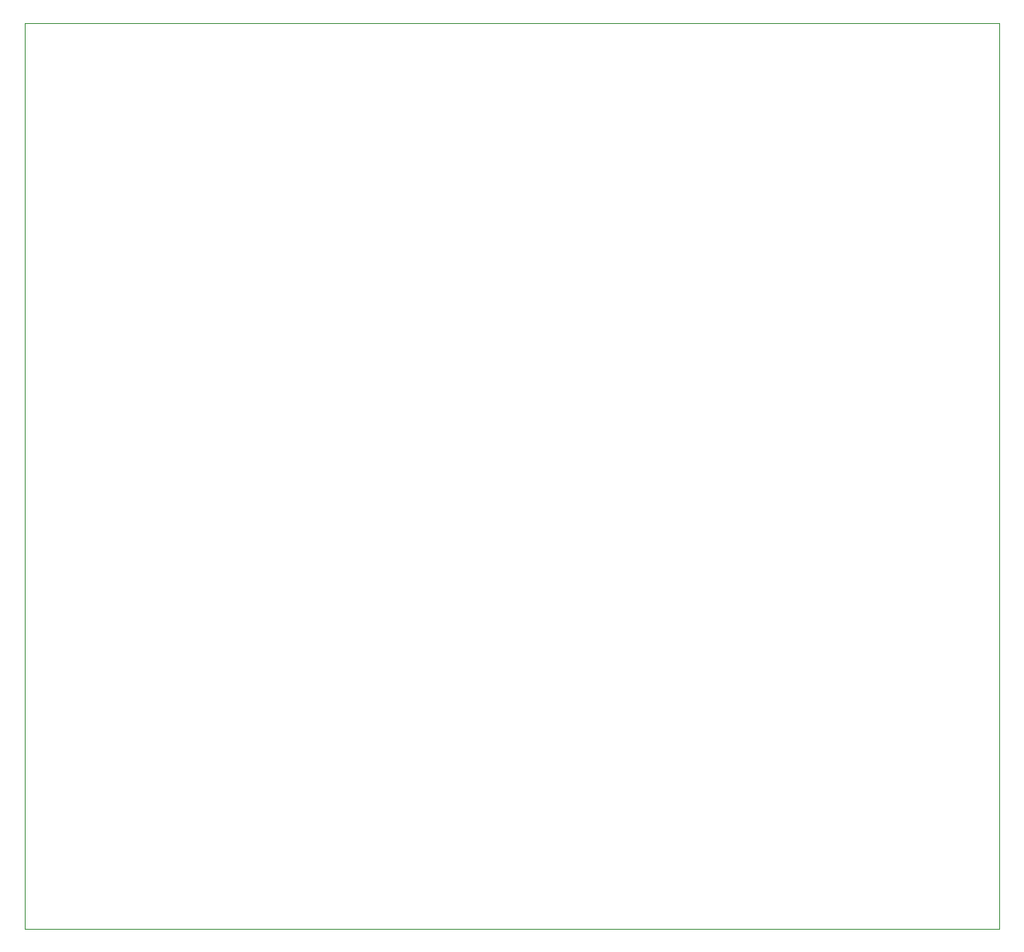
<source format=gm1>
G04 #@! TF.FileFunction,Profile,NP*
%FSLAX46Y46*%
G04 Gerber Fmt 4.6, Leading zero omitted, Abs format (unit mm)*
G04 Created by KiCad (PCBNEW 4.0.3+e1-6302~38~ubuntu14.04.1-stable) date Thu Sep 29 11:28:23 2016*
%MOMM*%
%LPD*%
G01*
G04 APERTURE LIST*
%ADD10C,0.100000*%
G04 APERTURE END LIST*
D10*
X144950000Y-30050000D02*
X144950000Y-122950000D01*
X45050000Y-30050000D02*
X144950000Y-30050000D01*
X45050000Y-122950000D02*
X45050000Y-30050000D01*
X144950000Y-122950000D02*
X45050000Y-122950000D01*
M02*

</source>
